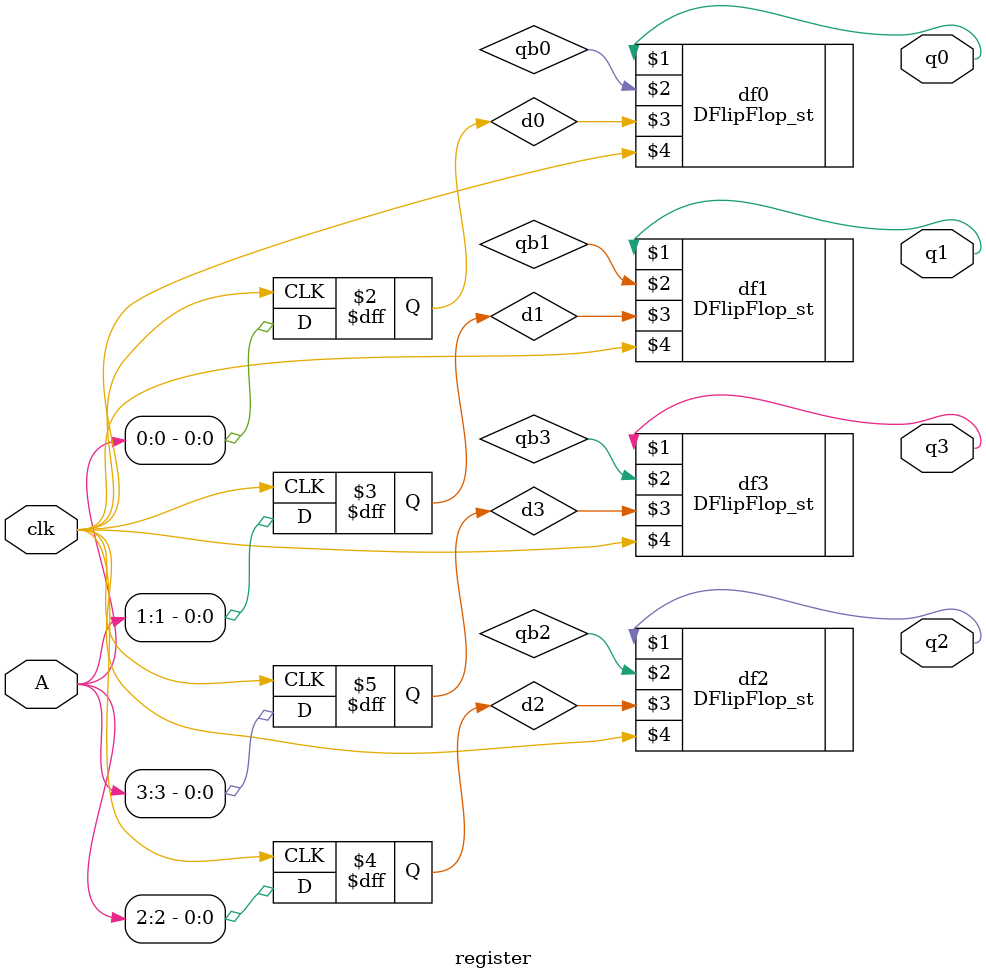
<source format=v>
`include "DFlipFlop_st.v"

module register(A,clk,q0,q1,q2,q3);
    input [0:3] A;
    input clk;
    output wire q0, q1, q2, q3; //explicit wire declaration to indicate they are driven by DFlipFlop_st instances
    wire qb0, qb1, qb2, qb3;
    reg d0, d1, d2, d3;

    DFlipFlop_st df0(q0, qb0, d0, clk);
    DFlipFlop_st df1(q1, qb1, d1, clk);
    DFlipFlop_st df2(q2, qb2, d2, clk);
    DFlipFlop_st df3(q3, qb3, d3, clk);

    always @(posedge clk)
        if (clk)
            begin
               d0 = A[0];
               d1 = A[1];
               d2 = A[2];
               d3 = A[3];
            end
endmodule
</source>
